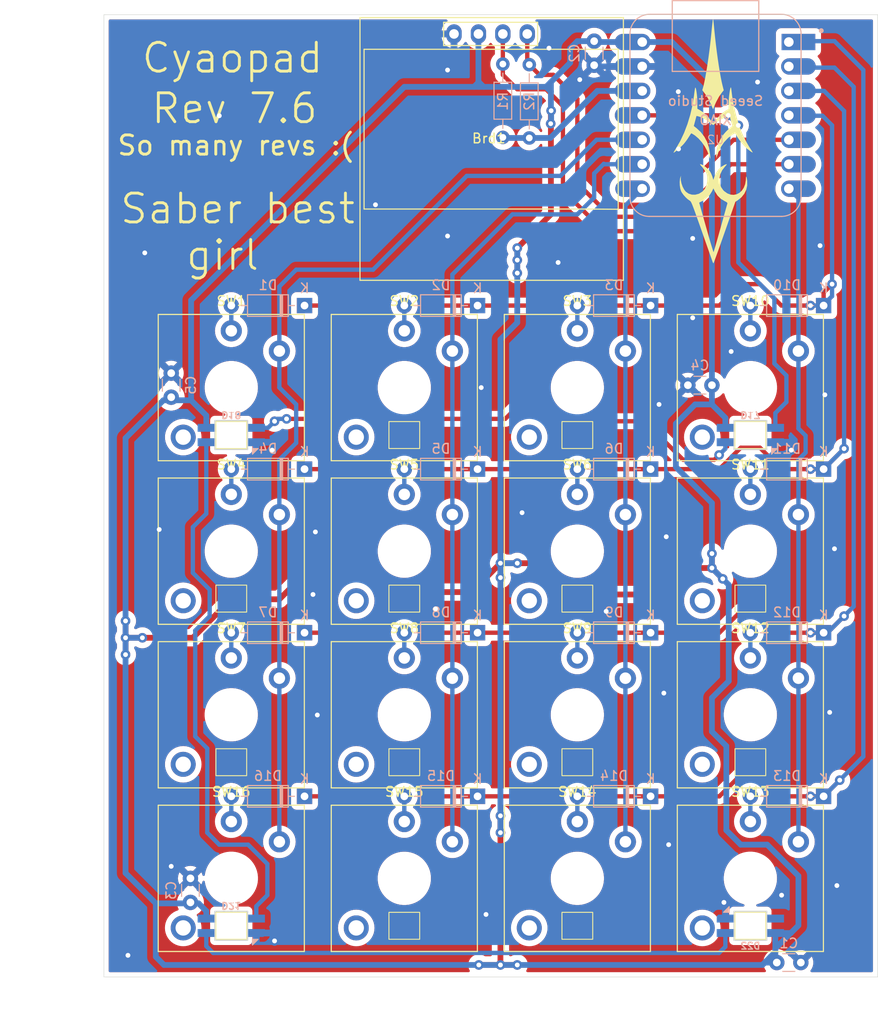
<source format=kicad_pcb>
(kicad_pcb (version 20240108) (generator "pcbnew") (generator_version "8.0")
  (title_block (title "Cyao macropad") (date "2024-09-23") (rev "v7.6") (company "Cheyao") (comment 1 "https://github.com/cheyao/macropad"))
  (layers (0 "F.Cu" signal) (31 "B.Cu" signal) (34 "B.Paste" user) (35 "F.Paste" user) (36 "B.SilkS" user "B.Silkscreen") (37 "F.SilkS" user "F.Silkscreen") (38 "B.Mask" user) (39 "F.Mask" user) (44 "Edge.Cuts" user))
  (net 0 "")
  (net 1 "ROW0")
  (net 2 "Net-(D1-A)")
  (net 3 "Net-(D2-A)")
  (net 4 "Net-(D3-A)")
  (net 5 "ROW1")
  (net 6 "Net-(D4-A)")
  (net 7 "Net-(D5-A)")
  (net 8 "Net-(D6-A)")
  (net 9 "ROW2")
  (net 10 "Net-(D7-A)")
  (net 11 "Net-(D8-A)")
  (net 12 "Net-(D9-A)")
  (net 13 "Net-(D10-A)")
  (net 14 "Net-(D11-A)")
  (net 15 "Net-(D12-A)")
  (net 16 "ROW3")
  (net 17 "Net-(D13-A)")
  (net 18 "Net-(D14-A)")
  (net 19 "Net-(D15-A)")
  (net 20 "Net-(D16-A)")
  (net 21 "COL0")
  (net 22 "COL1")
  (net 23 "COL2")
  (net 24 "COL3")
  (net 25 "+3.3V")
  (net 26 "GND")
  (net 27 "+5V")
  (net 28 "Net-(Brd1-SDA)")
  (net 29 "Net-(Brd1-SCL)")
  (net 30 "LED")
  (net 31 "Net-(D17-DOUT)")
  (net 32 "Net-(D18-DOUT)")
  (net 33 "Net-(D21-DOUT)")
  (footprint "key:SW_Kailh_Choc_V2_1.00u" (layer "F.Cu") (at 117.75 105.75)
    (property "Reference" "SW4")
    (property "Value" "Kailh Choc V2")
  )
  (footprint "key:SW_Kailh_Choc_V2_1.00u" (layer "F.Cu") (at 153.75 139.75)
    (property "Reference" "SW14")
    (property "Value" "Kailh Choc V2")
  )
  (footprint "key:SW_Kailh_Choc_V2_1.00u" (layer "F.Cu") (at 117.75 88.75)
    (property "Reference" "SW1")
    (property "Value" "Kailh Choc V2")
  )
  (footprint "key:SW_Kailh_Choc_V2_1.00u" (layer "F.Cu") (at 135.75 122.75)
    (property "Reference" "SW8")
    (property "Value" "Kailh Choc V2")
  )
  (footprint "key:SW_Kailh_Choc_V2_1.00u" (layer "F.Cu") (at 153.75 122.75)
    (property "Reference" "SW9")
    (property "Value" "Kailh Choc V2")
  )
  (footprint "key:SW_Kailh_Choc_V2_1.00u" (layer "F.Cu") (at 171.75 122.75)
    (property "Reference" "SW12")
    (property "Value" "Kailh Choc V2")
  )
  (footprint "key:SW_Kailh_Choc_V2_1.00u" (layer "F.Cu") (at 153.75 105.75)
    (property "Reference" "SW6")
    (property "Value" "Kailh Choc V2")
  )
  (footprint "key:SW_Kailh_Choc_V2_1.00u" (layer "F.Cu") (at 171.75 88.75)
    (property "Reference" "SW10")
    (property "Value" "Kailh Choc V2")
  )
  (footprint "key:SW_Kailh_Choc_V2_1.00u" (layer "F.Cu") (at 117.75 122.75)
    (property "Reference" "SW7")
    (property "Value" "Kailh Choc V2")
  )
  (footprint "LOGO" (layer "F.Cu") (at 167.75 63)
    (property "Reference" "G***" (hide yes))
    (property "Value" "LOGO" (hide yes))
  )
  (footprint "screen:128x64OLED" (layer "F.Cu") (at 144.54 62.6)
    (property "Reference" "Brd1")
    (property "Value" "SSD1306")
  )
  (footprint "key:SW_Kailh_Choc_V2_1.00u" (layer "F.Cu") (at 135.75 88.75)
    (property "Reference" "SW2")
    (property "Value" "Kailh Choc V2")
  )
  (footprint "key:SW_Kailh_Choc_V2_1.00u" (layer "F.Cu") (at 171.75 105.75)
    (property "Reference" "SW11")
    (property "Value" "Kailh Choc V2")
  )
  (footprint "key:SW_Kailh_Choc_V2_1.00u" (layer "F.Cu") (at 153.75 88.75)
    (property "Reference" "SW3")
    (property "Value" "Kailh Choc V2")
  )
  (footprint "key:SW_Kailh_Choc_V2_1.00u" (layer "F.Cu") (at 117.75 139.75)
    (property "Reference" "SW16")
    (property "Value" "Kailh Choc V2")
  )
  (footprint "key:SW_Kailh_Choc_V2_1.00u" (layer "F.Cu") (at 135.75 105.75)
    (property "Reference" "SW5")
    (property "Value" "Kailh Choc V2")
  )
  (footprint "key:SW_Kailh_Choc_V2_1.00u" (layer "F.Cu") (at 171.75 139.75)
    (property "Reference" "SW13")
    (property "Value" "Kailh Choc V2")
  )
  (footprint "key:SW_Kailh_Choc_V2_1.00u" (layer "F.Cu") (at 135.75 139.75)
    (property "Reference" "SW15")
    (property "Value" "Kailh Choc V2")
  )
  (footprint "Diode_THT:D_DO-35_SOD27_P7.62mm_Horizontal" (layer "B.Cu") (at 161.37 80.225 180)
    (property "Reference" "D3")
    (property "Value" "Didode 1N4148")
  )
  (footprint "Capacitor_THT:C_Disc_D3.0mm_W1.6mm_P2.50mm" (layer "B.Cu") (at 111.5 89.75 90)
    (property "Reference" "C5")
    (property "Value" "0.1uF")
  )
  (footprint "seed:XIAO-Generic-Hybrid-14P-2.54-21X17.8MM" (layer "B.Cu") (at 168.125 60.46 180)
    (property "Reference" "U2")
    (property "Value" "SEEEDUINO XIAO RP2040" (hide yes))
  )
  (footprint "Diode_THT:D_DO-35_SOD27_P7.62mm_Horizontal" (layer "B.Cu") (at 179.37 97.225 180)
    (property "Reference" "D11")
    (property "Value" "Didode 1N4148")
  )
  (footprint "LED:SK6812MINI-E" (layer "B.Cu") (at 171.75 144.68 180)
    (property "Reference" "D22")
    (property "Value" "SK6812MINI" (hide yes))
    (fp_line (start 1.7 1.5) (end 1.7 -1.5) (stroke (width 0.12)) (layer "Edge.Cuts"))
    (fp_line (start 1.7 -1.5) (end -1.7 -1.5) (stroke (width 0.12)) (layer "Edge.Cuts"))
    (fp_line (start -1.7 1.5) (end 1.7 1.5) (stroke (width 0.12)) (layer "Edge.Cuts"))
    (fp_line (start -1.7 -1.5) (end -1.7 1.5) (stroke (width 0.12)) (layer "Edge.Cuts"))
  )
  (footprint "Capacitor_THT:C_Disc_D3.0mm_W1.6mm_P2.50mm" (layer "B.Cu") (at 167.75 88.5 180)
    (property "Reference" "C4")
    (property "Value" "0.1uF")
  )
  (footprint "Diode_THT:D_DO-35_SOD27_P7.62mm_Horizontal" (layer "B.Cu") (at 143.37 131.225 180)
    (property "Reference" "D15")
    (property "Value" "Didode 1N4148")
  )
  (footprint "Diode_THT:D_DO-35_SOD27_P7.62mm_Horizontal" (layer "B.Cu") (at 125.37 97.225 180)
    (property "Reference" "D4")
    (property "Value" "Didode 1N4148")
  )
  (footprint "Diode_THT:D_DO-35_SOD27_P7.62mm_Horizontal" (layer "B.Cu") (at 143.37 114.225 180)
    (property "Reference" "D8")
    (property "Value" "Didode 1N4148")
  )
  (footprint "Diode_THT:D_DO-35_SOD27_P7.62mm_Horizontal" (layer "B.Cu") (at 179.37 80.225 180)
    (property "Reference" "D10")
    (property "Value" "Didode 1N4148")
  )
  (footprint "Diode_THT:D_DO-35_SOD27_P7.62mm_Horizontal" (layer "B.Cu") (at 179.37 131.225 180)
    (property "Reference" "D13")
    (property "Value" "Didode 1N4148")
  )
  (footprint "Diode_THT:D_DO-35_SOD27_P7.62mm_Horizontal" (layer "B.Cu") (at 125.37 131.225 180)
    (property "Reference" "D16")
    (property "Value" "Didode 1N4148")
  )
  (footprint "LED:SK6812MINI-E" (layer "B.Cu") (at 171.75 93.68)
    (property "Reference" "D17")
    (property "Value" "SK6812MINI" (hide yes))
    (fp_line (start -1.7 -1.5) (end -1.7 1.5) (stroke (width 0.12)) (layer "Edge.Cuts"))
    (fp_line (start -1.7 1.5) (end 1.7 1.5) (stroke (width 0.12)) (layer "Edge.Cuts"))
    (fp_line (start 1.7 -1.5) (end -1.7 -1.5) (stroke (width 0.12)) (layer "Edge.Cuts"))
    (fp_line (start 1.7 1.5) (end 1.7 -1.5) (stroke (width 0.12)) (layer "Edge.Cuts"))
  )
  (footprint "Capacitor_THT:C_Disc_D3.0mm_W1.6mm_P2.50mm" (layer "B.Cu") (at 174.5 148.5)
    (property "Reference" "C1")
    (property "Value" "0.1uF")
  )
  (footprint "Resistor_THT:R_Axial_DIN0204_L3.6mm_D1.6mm_P7.62mm_Horizontal" (layer "B.Cu") (at 148.75 62.81 90)
    (property "Reference" "R2")
    (property "Value" "4.7k")
  )
  (footprint "Diode_THT:D_DO-35_SOD27_P7.62mm_Horizontal" (layer "B.Cu") (at 125.37 80.225 180)
    (property "Reference" "D1")
    (property "Value" "Didode 1N4148")
  )
  (footprint "Diode_THT:D_DO-35_SOD27_P7.62mm_Horizontal" (layer "B.Cu") (at 161.37 97.225 180)
    (property "Reference" "D6")
    (property "Value" "Didode 1N4148")
  )
  (footprint "Diode_THT:D_DO-35_SOD27_P7.62mm_Horizontal" (layer "B.Cu") (at 125.37 114.225 180)
    (property "Reference" "D7")
    (property "Value" "Didode 1N4148")
  )
  (footprint "Diode_THT:D_DO-35_SOD27_P7.62mm_Horizontal" (layer "B.Cu") (at 161.37 114.225 180)
    (property "Reference" "D9")
    (property "Value" "Didode 1N4148")
  )
  (footprint "Resistor_THT:R_Axial_DIN0204_L3.6mm_D1.6mm_P7.62mm_Horizontal" (layer "B.Cu") (at 146 62.75 90)
    (property "Reference" "R1")
    (property "Value" "4.7k")
  )
  (footprint "Diode_THT:D_DO-35_SOD27_P7.62mm_Horizontal" (layer "B.Cu") (at 179.37 114.225 180)
    (property "Reference" "D12")
    (property "Value" "Didode 1N4148")
  )
  (footprint "Diode_THT:D_DO-35_SOD27_P7.62mm_Horizontal" (layer "B.Cu") (at 143.37 80.225 180)
    (property "Reference" "D2")
    (property "Value" "Didode 1N4148")
  )
  (footprint "LED:SK6812MINI-E" (layer "B.Cu") (at 117.75 93.68)
    (property "Reference" "D18")
    (property "Value" "SK6812MINI" (hide yes))
    (fp_line (start -1.7 -1.5) (end -1.7 1.5) (stroke (width 0.12)) (layer "Edge.Cuts"))
    (fp_line (start -1.7 1.5) (end 1.7 1.5) (stroke (width 0.12)) (layer "Edge.Cuts"))
    (fp_line (start 1.7 -1.5) (end -1.7 -1.5) (stroke (width 0.12)) (layer "Edge.Cuts"))
    (fp_line (start 1.7 1.5) (end 1.7 -1.5) (stroke (width 0.12)) (layer "Edge.Cuts"))
  )
  (footprint "Capacitor_THT:C_Disc_D3.0mm_W1.6mm_P2.50mm" (layer "B.Cu") (at 155.5 52.75 -90)
    (property "Reference" "C2")
    (property "Value" "1uF")
  )
  (footprint "Capacitor_THT:C_Disc_D3.0mm_W1.6mm_P2.50mm" (layer "B.Cu") (at 113.5 142.25 90)
    (property "Reference" "C3")
    (property "Value" "0.1uF")
  )
  (footprint "LED:SK6812MINI-E" (layer "B.Cu") (at 117.75 144.68)
    (property "Reference" "D21")
    (property "Value" "SK6812MINI" (hide yes))
    (fp_line (start -1.7 -1.5) (end -1.7 1.5) (stroke (width 0.12)) (layer "Edge.Cuts"))
    (fp_line (start -1.7 1.5) (end 1.7 1.5) (stroke (width 0.12)) (layer "Edge.Cuts"))
    (fp_line (start 1.7 -1.5) (end -1.7 -1.5) (stroke (width 0.12)) (layer "Edge.Cuts"))
    (fp_line (start 1.7 1.5) (end 1.7 -1.5) (stroke (width 0.12)) (layer "Edge.Cuts"))
  )
  (footprint "Diode_THT:D_DO-35_SOD27_P7.62mm_Horizontal" (layer "B.Cu") (at 143.37 97.225 180)
    (property "Reference" "D5")
    (property "Value" "Didode 1N4148")
  )
  (footprint "Diode_THT:D_DO-35_SOD27_P7.62mm_Horizontal" (layer "B.Cu") (at 161.37 131.225 180)
    (property "Reference" "D14")
    (property "Value" "Didode 1N4148")
  )
  (gr_line (start 185 50) (end 104.5 50) (stroke (width 0.05)) (layer "Edge.Cuts"))
  (gr_line (start 104.5 50) (end 104.5 150) (stroke (width 0.05)) (layer "Edge.Cuts"))
  (gr_line (start 104.5 150) (end 185 150) (stroke (width 0.05)) (layer "Edge.Cuts"))
  (gr_line (start 185 150) (end 185 50) (stroke (width 0.05)) (layer "Edge.Cuts"))
  (gr_text "Saber best\n   girl" (at 106 76.75 0) (layer "F.SilkS") (effects (font (size 3 3) (thickness 0.3)) (justify left bottom)))
  (gr_text "Rev 7.6" (at 109.25 61.5 0) (layer "F.SilkS") (effects (font (size 3 3) (thickness 0.3)) (justify left bottom)))
  (gr_text "Cyaopad" (at 108.25 56.25 0) (layer "F.SilkS") (effects (font (size 3 3) (thickness 0.3)) (justify left bottom)))
  (gr_text "So many revs :(" (at 105.75 64.75 0) (layer "F.SilkS") (effects (font (size 2 2) (thickness 0.3)) (justify left bottom)))
  (segment (start 178 80.225) (end 174.975 80.225) (width 0.45) (layer "F.Cu") (net 1))
  (segment (start 168.525 80.225) (end 161.37 80.225) (width 0.45) (layer "F.Cu") (net 1))
  (segment (start 150.525 80.225) (end 143.37 80.225) (width 0.45) (layer "F.Cu") (net 1))
  (segment (start 179.37 80.225) (end 178 80.225) (width 0.45) (layer "F.Cu") (net 1))
  (segment (start 174.975 80.225) (end 172.75 78) (width 0.45) (layer "F.Cu") (net 1))
  (segment (start 134.75 78) (end 132.525 80.225) (width 0.45) (layer "F.Cu") (net 1))
  (segment (start 179.37 78.88) (end 180.25 78) (width 0.45) (layer "F.Cu") (net 1))
  (segment (start 138.975 80.225) (end 136.75 78) (width 0.45) (layer "F.Cu") (net 1))
  (segment (start 143.37 80.225) (end 138.975 80.225) (width 0.45) (layer "F.Cu") (net 1))
  (segment (start 136.75 78) (end 134.75 78) (width 0.45) (layer "F.Cu") (net 1))
  (segment (start 156.975 80.225) (end 154.75 78) (width 0.45) (layer "F.Cu") (net 1))
  (segment (start 179.37 80.225) (end 179.37 78.88) (width 0.45) (layer "F.Cu") (net 1))
  (segment (start 161.37 80.225) (end 156.975 80.225) (width 0.45) (layer "F.Cu") (net 1))
  (segment (start 132.525 80.225) (end 125.37 80.225) (width 0.45) (layer "F.Cu") (net 1))
  (segment (start 152.75 78) (end 150.525 80.225) (width 0.45) (layer "F.Cu") (net 1))
  (segment (start 154.75 78) (end 152.75 78) (width 0.45) (layer "F.Cu") (net 1))
  (segment (start 172.75 78) (end 170.75 78) (width 0.45) (layer "F.Cu") (net 1))
  (segment (start 170.75 78) (end 168.525 80.225) (width 0.45) (layer "F.Cu") (net 1))
  (via (at 178 80.225) (size 1) (drill 0.5) (layers "F.Cu" "B.Cu") (net 1))
  (via (at 180.25 78) (size 1) (drill 0.5) (layers "F.Cu" "B.Cu") (net 1))
  (segment (start 179.25 60.5) (end 175.79 60.5) (width 0.45) (layer "B.Cu") (net 1))
  (segment (start 180.25 79.25) (end 180.25 78) (width 0.45) (layer "B.Cu") (net 1))
  (segment (start 179.37 80.225) (end 178 80.225) (width 0.45) (layer "B.Cu") (net 1))
  (segment (start 180.25 78) (end 180.25 61.5) (width 0.45) (layer "B.Cu") (net 1))
  (segment (start 179.37 80.13) (end 180.25 79.25) (width 0.45) (layer "B.Cu") (net 1))
  (segment (start 175.79 60.5) (end 175.75 60.46) (width 0.45) (layer "B.Cu") (net 1))
  (segment (start 179.37 80.225) (end 179.37 80.13) (width 0.45) (layer "B.Cu") (net 1))
  (segment (start 180.25 61.5) (end 179.25 60.5) (width 0.45) (layer "B.Cu") (net 1))
  (segment (start 117.75 82.85) (end 117.75 80.225) (width 0.45) (layer "B.Cu") (net 2))
  (segment (start 135.75 82.85) (end 135.75 80.225) (width 0.45) (layer "B.Cu") (net 3))
  (segment (start 153.75 82.85) (end 153.75 80.225) (width 0.45) (layer "B.Cu") (net 4))
  (segment (start 168.525 97.225) (end 161.37 97.225) (width 0.45) (layer "F.Cu") (net 5))
  (segment (start 170.75 95) (end 168.525 97.225) (width 0.45) (layer "F.Cu") (net 5))
  (segment (start 150.525 97.225) (end 143.37 97.225) (width 0.45) (layer "F.Cu") (net 5))
  (segment (start 172.75 95) (end 170.75 95) (width 0.45) (layer "F.Cu") (net 5))
  (segment (start 178 97.225) (end 174.975 97.225) (width 0.45) (layer "F.Cu") (net 5))
  (segment (start 161.37 97.225) (end 156.975 97.225) (width 0.45) (layer "F.Cu") (net 5))
  (segment (start 179.37 97.225) (end 178 97.225) (width 0.45) (layer "F.Cu") (net 5))
  (segment (start 152.75 95) (end 150.525 97.225) (width 0.45) (layer "F.Cu") (net 5))
  (segment (start 136.75 95) (end 134.75 95) (width 0.45) (layer "F.Cu") (net 5))
  (segment (start 132.525 97.225) (end 125.37 97.225) (width 0.45) (layer "F.Cu") (net 5))
  (segment (start 143.37 97.225) (end 138.975 97.225) (width 0.45) (layer "F.Cu") (net 5))
  (segment (start 138.975 97.225) (end 136.75 95) (width 0.45) (layer "F.Cu") (net 5))
  (segment (start 174.975 97.225) (end 172.75 95) (width 0.45) (layer "F.Cu") (net 5))
  (segment (start 134.75 95) (end 132.525 97.225) (width 0.45) (layer "F.Cu") (net 5))
  (segment (start 156.975 97.225) (end 154.75 95) (width 0.45) (layer "F.Cu") (net 5))
  (segment (start 154.75 95) (end 152.75 95) (width 0.45) (layer "F.Cu") (net 5))
  (segment (start 179.37 97.225) (end 181.5 95.095) (width 0.45) (layer "F.Cu") (net 5))
  (via (at 181.5 95.095) (size 1) (drill 0.5) (layers "F.Cu" "B.Cu") (net 5))
  (via (at 178 97.225) (size 1) (drill 0.5) (layers "F.Cu" "B.Cu") (net 5))
  (segment (start 175.75 57.92) (end 179.42 57.92) (width 0.45) (layer "B.Cu") (net 5))
  (segment (start 181.5 95.095) (end 179.37 97.225) (width 0.45) (layer "B.Cu") (net 5))
  (segment (start 179.37 97.225) (end 178 97.225) (width 0.45) (layer "B.Cu") (net 5))
  (segment (start 179.42 57.92) (end 181.5 60) (width 0.45) (layer "B.Cu") (net 5))
  (segment (start 181.5 60) (end 181.5 95.095) (width 0.45) (layer "B.Cu") (net 5))
  (segment (start 117.75 99.85) (end 117.75 97.225) (width 0.45) (layer "B.Cu") (net 6))
  (segment (start 135.75 99.85) (end 135.75 97.225) (width 0.45) (layer "B.Cu") (net 7))
  (segment (start 153.75 99.85) (end 153.75 97.225) (width 0.45) (layer "B.Cu") (net 8))
  (segment (start 179.37 114.225) (end 179.775 114.225) (width 0.45) (layer "F.Cu") (net 9))
  (segment (start 154.75 112) (end 152.75 112) (width 0.45) (layer "F.Cu") (net 9))
  (segment (start 178 114.225) (end 174.975 114.225) (width 0.45) (layer "F.Cu") (net 9))
  (segment (start 138.975 114.225) (end 136.75 112) (width 0.45) (layer "F.Cu") (net 9))
  (segment (start 134.75 112) (end 132.525 114.225) (width 0.45) (layer "F.Cu") (net 9))
  (segment (start 179.775 114.225) (end 181.5 112.5) (width 0.45) (layer "F.Cu") (net 9))
  (segment (start 143.37 114.225) (end 138.975 114.225) (width 0.45) (layer "F.Cu") (net 9))
  (segment (start 168.525 114.225) (end 161.37 114.225) (width 0.45) (layer "F.Cu") (net 9))
  (segment (start 132.525 114.225) (end 125.37 114.225) (width 0.45) (layer "F.Cu") (net 9))
  (segment (start 156.975 114.225) (end 154.75 112) (width 0.45) (layer "F.Cu") (net 9))
  (segment (start 170.75 112) (end 168.525 114.225) (width 0.45) (layer "F.Cu") (net 9))
  (segment (start 161.37 114.225) (end 156.975 114.225) (width 0.45) (layer "F.Cu") (net 9))
  (segment (start 174.975 114.225) (end 172.75 112) (width 0.45) (layer "F.Cu") (net 9))
  (segment (start 152.75 112) (end 150.525 114.225) (width 0.45) (layer "F.Cu") (net 9))
  (segment (start 179.37 114.225) (end 178 114.225) (width 0.45) (layer "F.Cu") (net 9))
  (segment (start 150.525 114.225) (end 143.37 114.225) (width 0.45) (layer "F.Cu") (net 9))
  (segment (start 136.75 112) (end 134.75 112) (width 0.45) (layer "F.Cu") (net 9))
  (segment (start 172.75 112) (end 170.75 112) (width 0.45) (layer "F.Cu") (net 9))
  (via (at 178 114.225) (size 1) (drill 0.5) (layers "F.Cu" "B.Cu") (net 9))
  (via (at 181.5 112.5) (size 1) (drill 0.5) (layers "F.Cu" "B.Cu") (net 9))
  (segment (start 179.775 114.225) (end 181.5 112.5) (width 0.45) (layer "B.Cu") (net 9))
  (segment (start 182.5 111.5) (end 182.5 57.5) (width 0.45) (layer "B.Cu") (net 9))
  (segment (start 175.87 55.5) (end 175.75 55.38) (width 0.45) (layer "B.Cu") (net 9))
  (segment (start 180.5 55.5) (end 175.87 55.5) (width 0.45) (layer "B.Cu") (net 9))
  (segment (start 179.37 114.225) (end 179.775 114.225) (width 0.45) (layer "B.Cu") (net 9))
  (segment (start 182.5 57.5) (end 180.5 55.5) (width 0.45) (layer "B.Cu") (net 9))
  (segment (start 179.37 114.225) (end 178 114.225) (width 0.45) (layer "B.Cu") (net 9))
  (segment (start 181.5 112.5) (end 182.5 111.5) (width 0.45) (layer "B.Cu") (net 9))
  (segment (start 117.75 114.225) (end 117.75 116.85) (width 0.45) (layer "B.Cu") (net 10))
  (segment (start 135.75 116.85) (end 135.75 114.225) (width 0.45) (layer "B.Cu") (net 11))
  (segment (start 153.75 116.85) (end 153.75 114.225) (width 0.45) (layer "B.Cu") (net 12))
  (segment (start 171.75 82.85) (end 171.75 80.225) (width 0.45) (layer "B.Cu") (net 13))
  (segment (start 171.75 99.85) (end 171.75 97.225) (width 0.45) (layer "B.Cu") (net 14))
  (segment (start 171.75 116.85) (end 171.75 114.225) (width 0.45) (layer "B.Cu") (net 15))
  (segment (start 156.975 131.225) (end 154.75 129) (width 0.45) (layer "F.Cu") (net 16))
  (segment (start 154.75 129) (end 152.75 129) (width 0.45) (layer "F.Cu") (net 16))
  (segment (start 179.37 131.225) (end 181.0475 129.5475) (width 0.45) (layer "F.Cu") (net 16))
  (segment (start 178 131.225) (end 174.975 131.225) (width 0.45) (layer "F.Cu") (net 16))
  (segment (start 143.37 131.225) (end 138.975 131.225) (width 0.45) (layer "F.Cu") (net 16))
  (segment (start 150.525 131.225) (end 143.37 131.225) (width 0.45) (layer "F.Cu") (net 16))
  (segment (start 170.75 129) (end 168.525 131.225) (width 0.45) (layer "F.Cu") (net 16))
  (segment (start 134.75 129) (end 132.525 131.225) (width 0.45) (layer "F.Cu") (net 16))
  (segment (start 161.37 131.225) (end 156.975 131.225) (width 0.45) (layer "F.Cu") (net 16))
  (segment (start 152.75 129) (end 150.525 131.225) (width 0.45) (layer "F.Cu") (net 16))
  (segment (start 138.975 131.225) (end 136.75 129) (width 0.45) (layer "F.Cu") (net 16))
  (segment (start 179.37 131.225) (end 178 131.225) (width 0.45) (layer "F.Cu") (net 16))
  (segment (start 172.75 129) (end 170.75 129) (width 0.45) (layer "F.Cu") (net 16))
  (segment (start 168.525 131.225) (end 161.37 131.225) (width 0.45) (layer "F.Cu") (net 16))
  (segment (start 132.525 131.225) (end 125.37 131.225) (width 0.45) (layer "F.Cu") (net 16))
  (segment (start 136.75 129) (end 134.75 129) (width 0.45) (layer "F.Cu") (net 16))
  (segment (start 174.975 131.225) (end 172.75 129) (width 0.45) (layer "F.Cu") (net 16))
  (via (at 178 131.225) (size 1) (drill 0.5) (layers "F.Cu" "B.Cu") (net 16))
  (via (at 181.0475 129.5475) (size 1) (drill 0.5) (layers "F.Cu" "B.Cu") (net 16))
  (segment (start 180.5 52.75) (end 175.84 52.75) (width 0.45) (layer "B.Cu") (net 16))
  (segment (start 179.37 131.225) (end 181.0475 129.5475) (width 0.45) (layer "B.Cu") (net 16))
  (segment (start 183.5 55.75) (end 180.5 52.75) (width 0.45) (layer "B.Cu") (net 16))
  (segment (start 181.0475 129.5475) (end 183.5 127.095) (width 0.45) (layer "B.Cu") (net 16))
  (segment (start 183.5 127.095) (end 183.5 55.75) (width 0.45) (layer "B.Cu") (net 16))
  (segment (start 179.37 131.225) (end 178 131.225) (width 0.45) (layer "B.Cu") (net 16))
  (segment (start 175.84 52.75) (end 175.75 52.84) (width 0.45) (layer "B.Cu") (net 16))
  (segment (start 171.75 133.85) (end 171.75 131.225) (width 0.45) (layer "B.Cu") (net 17))
  (segment (start 153.75 133.85) (end 153.75 131.225) (width 0.45) (layer "B.Cu") (net 18))
  (segment (start 135.75 133.85) (end 135.75 131.225) (width 0.45) (layer "B.Cu") (net 19))
  (segment (start 117.75 133.85) (end 117.75 131.225) (width 0.45) (layer "B.Cu") (net 20))
  (segment (start 122.75 88.75) (end 122.75 84.95) (width 0.45) (layer "B.Cu") (net 21))
  (segment (start 122.75 101.95) (end 122.75 96.25) (width 0.45) (layer "B.Cu") (net 21))
  (segment (start 155.75 63) (end 160.5 63) (width 0.45) (layer "B.Cu") (net 21))
  (segment (start 124.5 76.5) (end 132.5 76.5) (width 0.45) (layer "B.Cu") (net 21))
  (segment (start 152 66.75) (end 155.75 63) (width 0.45) (layer "B.Cu") (net 21))
  (segment (start 122.75 118.95) (end 122.75 101.95) (width 0.45) (layer "B.Cu") (net 21))
  (segment (start 142.25 66.75) (end 152 66.75) (width 0.45) (layer "B.Cu") (net 21))
  (segment (start 122.75 78.25) (end 124.5 76.5) (width 0.45) (layer "B.Cu") (net 21))
  (segment (start 132.5 76.5) (end 142.25 66.75) (width 0.45) (layer "B.Cu") (net 21))
  (segment (start 122.75 96.25) (end 124.5 94.5) (width 0.45) (layer "B.Cu") (net 21))
  (segment (start 122.75 135.95) (end 122.75 118.95) (width 0.45) (layer "B.Cu") (net 21))
  (segment (start 124.5 94.5) (end 124.5 90.5) (width 0.45) (layer "B.Cu") (net 21))
  (segment (start 124.5 90.5) (end 122.75 88.75) (width 0.45) (layer "B.Cu") (net 21))
  (segment (start 122.75 84.95) (end 122.75 78.25) (width 0.45) (layer "B.Cu") (net 21))
  (segment (start 140.75 84.95) (end 140.75 101.95) (width 0.45) (layer "B.Cu") (net 22))
  (segment (start 140.75 135.95) (end 140.75 118.95) (width 0.45) (layer "B.Cu") (net 22))
  (segment (start 140.75 84.95) (end 140.75 77) (width 0.45) (layer "B.Cu") (net 22))
  (segment (start 156.54 65.54) (end 160.5 65.54) (width 0.45) (layer "B.Cu") (net 22))
  (segment (start 147 70.75) (end 153.75 70.75) (width 0.45) (layer "B.Cu") (net 22))
  (segment (start 140.75 118.95) (end 140.75 101.95) (width 0.45) (layer "B.Cu") (net 22))
  (segment (start 140.75 77) (end 147 70.75) (width 0.45) (layer "B.Cu") (net 22))
  (segment (start 153.75 70.75) (end 155.5 69) (width 0.45) (layer "B.Cu") (net 22))
  (segment (start 156.5 65.5) (end 156.54 65.54) (width 0.45) (layer "B.Cu") (net 22))
  (segment (start 155.5 66.5) (end 156.5 65.5) (width 0.45) (layer "B.Cu") (net 22))
  (segment (start 155.5 69) (end 155.5 66.5) (width 0.45) (layer "B.Cu") (net 22))
  (segment (start 158.75 101.95) (end 158.75 118.95) (width 0.45) (layer "B.Cu") (net 23))
  (segment (start 158.75 118.95) (end 158.75 135.95) (width 0.45) (layer "B.Cu") (net 23))
  (segment (start 158.75 69.83) (end 160.5 68.08) (width 0.45) (layer "B.Cu") (net 23))
  (segment (start 158.75 84.95) (end 158.75 69.83) (width 0.45) (layer "B.Cu") (net 23))
  (segment (start 158.75 84.95) (end 158.75 101.95) (width 0.45) (layer "B.Cu") (net 23))
  (segment (start 177.5 95.5) (end 176.75 96.25) (width 0.45) (layer "B.Cu") (net 24))
  (segment (start 176.75 135.95) (end 176.75 118.95) (width 0.45) (layer "B.Cu") (net 24))
  (segment (start 176.75 93) (end 177.5 93.75) (width 0.45) (layer "B.Cu") (net 24))
  (segment (start 176.75 118.95) (end 176.75 101.95) (width 0.45) (layer "B.Cu") (net 24))
  (segment (start 176.75 69.08) (end 175.75 68.08) (width 0.45) (layer "B.Cu") (net 24))
  (segment (start 176.75 84.95) (end 176.75 93) (width 0.45) (layer "B.Cu") (net 24))
  (segment (start 176.75 96.25) (end 176.75 101.95) (width 0.45) (layer "B.Cu") (net 24))
  (segment (start 177.5 93.75) (end 177.5 95.5) (width 0.45) (layer "B.Cu") (net 24))
  (segment (start 176.75 84.95) (end 176.75 69.08) (width 0.45) (layer "B.Cu") (net 24))
  (segment (start 148.75 62.81) (end 150.94 62.81) (width 0.6) (layer "B.Cu") (net 25))
  (segment (start 155.83 57.92) (end 160.5 57.92) (width 0.6) (layer "B.Cu") (net 25))
  (segment (start 150.94 62.81) (end 155.83 57.92) (width 0.6) (layer "B.Cu") (net 25))
  (segment (start 146.06 62.81) (end 146 62.75) (width 0.6) (layer "B.Cu") (net 25))
  (segment (start 148.75 62.81) (end 146.06 62.81) (width 0.6) (layer "B.Cu") (net 25))
  (via (at 175 141.5) (size 1) (drill 0.5) (layers "F.Cu" "B.Cu") (net 26))
  (via (at 108.75 74.75) (size 1) (drill 0.5) (layers "F.Cu" "B.Cu") (net 26))
  (via (at 111.5 138.5) (size 1) (drill 0.5) (layers "F.Cu" "B.Cu") (net 26))
  (via (at 164.275 63.95) (size 1) (drill 0.5) (layers "F.Cu" "B.Cu") (net 26))
  (via (at 126.7 122.775) (size 1) (drill 0.5) (layers "F.Cu" "B.Cu") (net 26))
  (via (at 164.25 58) (size 1) (drill 0.5) (layers "F.Cu" "B.Cu") (net 26))
  (via (at 122.25 146.25) (size 1) (drill 0.5) (layers "F.Cu" "B.Cu") (net 26))
  (via (at 116.5 60.5) (size 1) (drill 0.5) (layers "F.Cu" "B.Cu") (net 26))
  (via (at 156.75 112) (size 1) (drill 0.5) (layers "F.Cu" "B.Cu") (net 26))
  (via (at 169.75 85) (size 1) (drill 0.5) (layers "F.Cu" "B.Cu") (net 26))
  (via (at 176 95.25) (size 1) (drill 0.5) (layers "F.Cu" "B.Cu") (net 26))
  (via (at 140.25 55.75) (size 1) (drill 0.5) (layers "F.Cu" "B.Cu") (net 26))
  (via (at 126.5 103.75) (size 1) (drill 0.5) (layers "F.Cu" "B.Cu") (net 26))
  (via (at 132.75 69.75) (size 1) (drill 0.5) (layers "F.Cu" "B.Cu") (net 26))
  (via (at 169 142.25) (size 1) (drill 0.5) (layers "F.Cu" "B.Cu") (net 26))
  (via (at 110.25 103.5) (size 1) (drill 0.5) (layers "F.Cu" "B.Cu") (net 26))
  (via (at 162.75 120.5) (size 1) (drill 0.5) (layers "F.Cu" "B.Cu") (net 26))
  (via (at 122 95.25) (size 1) (drill 0.5) (layers "F.Cu" "B.Cu") (net 26))
  (via (at 179.5 89.5) (size 1) (drill 0.5) (layers "F.Cu" "B.Cu") (net 26))
  (via (at 144.25 143.5) (size 1) (drill 0.5) (layers "F.Cu" "B.Cu") (net 26))
  (via (at 179 74) (size 1) (drill 0.5) (layers "F.Cu" "B.Cu") (net 26))
  (via (at 172.5 57) (size 1) (drill 0.5) (layers "F.Cu" "B.Cu") (net 26))
  (via (at 150.8 53.475) (size 1) (drill 0.5) (layers "F.Cu" "B.Cu") (net 26))
  (via (at 140.25 73) (size 1) (drill 0.5) (layers "F.Cu" "B.Cu") (net 26))
  (via (at 163.25 136.25) (size 1) (drill 0.5) (layers "F.Cu" "B.Cu") (net 26))
  (via (at 180.75 140.5) (size 1) (drill 0.5) (layers "F.Cu" "B.Cu") (net 26))
  (via (at 139 111.75) (size 1) (drill 0.5) (layers "F.Cu" "B.Cu") (net 26))
  (via (at 165.75 81.5) (size 1) (drill 0.5) (layers "F.Cu" "B.Cu") (net 26))
  (via (at 162.25 90.5) (size 1) (drill 0.5) (layers "F.Cu" "B.Cu") (net 26))
  (via (at 165.75 73.25) (size 1) (drill 0.5) (layers "F.Cu" "B.Cu") (net 26))
  (via (at 143.75 88.75) (size 1) (drill 0.5) (layers "F.Cu" "B.Cu") (net 26))
  (via (at 154 56.75) (size 1) (drill 0.5) (layers "F.Cu" "B.Cu") (net 26))
  (via (at 148 101.75) (size 1) (drill 0.5) (layers "F.Cu" "B.Cu") (net 26))
  (via (at 180.5 105.5) (size 1) (drill 0.5) (layers "F.Cu" "B.Cu") (net 26))
  (via (at 151.75 75.75) (size 1) (drill 0.5) (layers "F.Cu" "B.Cu") (net 26))
  (via (at 107 147.75) (size 1) (drill 0.5) (layers "F.Cu" "B.Cu") (net 26))
  (via (at 180 122.5) (size 1) (drill 0.5) (layers "F.Cu" "B.Cu") (net 26))
  (via (at 126.25 110.25) (size 1) (drill 0.5) (layers "F.Cu" "B.Cu") (net 26))
  (via (at 163 104.25) (size 1) (drill 0.5) (layers "F.Cu" "B.Cu") (net 26))
  (segment (start 169.15 142.4) (end 169 142.25) (width 0.6) (layer "B.Cu") (net 26))
  (segment (start 160.5 55.38) (end 155.63 55.38) (width 0.6) (layer "B.Cu") (net 26))
  (segment (start 169.15 143.93) (end 169.15 142.4) (width 0.6) (layer "B.Cu") (net 26))
  (segment (start 155.63 55.38) (end 155.5 55.25) (width 0.6) (layer "B.Cu") (net 26))
  (segment (start 147.5 74.25) (end 147.5 75.5) (width 0.6) (layer "F.Cu") (net 27))
  (segment (start 147.5 75.5) (end 147.5 76.850003) (width 0.6) (layer "F.Cu") (net 27))
  (segment (start 113.75 114.75) (end 108.5 114.75) (width 0.6) (layer "F.Cu") (net 27))
  (segment (start 145.75 148.75) (end 145.75 135) (width 0.6) (layer "F.Cu") (net 27))
  (segment (start 145.75 107) (end 147.5 107) (width 0.6) (layer "F.Cu") (net 27))
  (segment (start 117.75 110.75) (end 113.75 114.75) (width 0.6) (layer "F.Cu") (net 27))
  (segment (start 145.75 107) (end 142.75 110) (width 0.6) (layer "F.Cu") (net 27))
  (segment (start 167.75 107.5) (end 167.75 106) (width 0.6) (layer "F.Cu") (net 27))
  (segment (start 145.75 148.75) (end 143.5 148.75) (width 0.6) (layer "F.Cu") (net 27))
  (segment (start 122.75 110.75) (end 117.75 110.75) (width 0.6) (layer "F.Cu") (net 27))
  (segment (start 145.75 148.75) (end 147.5 148.75) (width 0.6) (layer "F.Cu") (net 27))
  (segment (start 149 107) (end 152.25 110.25) (width 0.6) (layer "F.Cu") (net 27))
  (segment (start 125.25 108.25) (end 122.75 110.75) (width 0.6) (layer "F.Cu") (net 27))
  (segment (start 132.25 108.25) (end 125.25 108.25) (width 0.6) (layer "F.Cu") (net 27))
  (segment (start 151 60) (end 151.025 59.975) (width 0.6) (layer "F.Cu") (net 27))
  (segment (start 147.5 107) (end 149 107) (width 0.6) (layer "F.Cu") (net 27))
  (segment (start 151 70.75) (end 151 60) (width 0.6) (layer "F.Cu") (net 27))
  (segment (start 164.75 107.5) (end 167.75 107.5) (width 0.6) (layer "F.Cu") (net 27))
  (segment (start 134 110) (end 132.25 108.25) (width 0.6) (layer "F.Cu") (net 27))
  (segment (start 106.75 114.75) (end 106.75 113) (width 0.6) (layer "F.Cu") (net 27))
  (segment (start 106.75 114.75) (end 106.75 116.5) (width 0.6) (layer "F.Cu") (net 27))
  (segment (start 162 110.25) (end 164.75 107.5) (width 0.6) (layer "F.Cu") (net 27))
  (segment (start 142.75 110) (end 134 110) (width 0.6) (layer "F.Cu") (net 27))
  (segment (start 167.75 107.5) (end 168.875 108.625) (width 0.6) (layer "F.Cu") (net 27))
  (segment (start 147.5 74.25) (end 151 70.75) (width 0.6) (layer "F.Cu") (net 27))
  (segment (start 152.25 110.25) (end 162 110.25) (width 0.6) (layer "F.Cu") (net 27))
  (segment (start 145.75 135) (end 145.75 133.25) (width 0.6) (layer "F.Cu") (net 27))
  (segment (start 145.75 107) (end 145.75 108.5) (width 0.6) (layer "F.Cu") (net 27))
  (segment (start 108.5 114.75) (end 106.75 114.75) (width 0.6) (layer "F.Cu") (net 27))
  (via (at 151.025 59.975) (size 1) (drill 0.5) (layers "F.Cu" "B.Cu") (net 27))
  (via (at 147.5 75.5) (size 1) (drill 0.5) (layers "F.Cu" "B.Cu") (net 27))
  (via (at 147.5 76.850003) (size 1) (drill 0.5) (layers "F.Cu" "B.Cu") (net 27))
  (via (at 145.75 148.75) (size 1) (drill 0.5) (layers "F.Cu" "B.Cu") (net 27))
  (via (at 145.75 107) (size 1) (drill 0.5) (layers "F.Cu" "B.Cu") (net 27))
  (via (at 145.75 135) (size 1) (drill 0.5) (layers "F.Cu" "B.Cu") (net 27))
  (via (at 167.75 107.5) (size 1) (drill 0.5) (layers "F.Cu" "B.Cu") (net 27))
  (via (at 143.5 148.75) (size 1) (drill 0.5) (layers "F.Cu" "B.Cu") (net 27))
  (via (at 147.5 107) (size 1) (drill 0.5) (layers "F.Cu" "B.Cu") (net 27))
  (via (at 168.875 108.625) (size 1) (drill 0.5) (layers "F.Cu" "B.Cu") (net 27))
  (via (at 167.75 106) (size 1) (drill 0.5) (layers "F.Cu" "B.Cu") (net 27))
  (via (at 106.75 113) (size 1) (drill 0.5) (layers "F.Cu" "B.Cu") (net 27))
  (via (at 150.978476 61.324201) (size 1) (drill 0.5) (layers "F.Cu" "B.Cu") (net 27))
  (via (at 145.75 108.5) (size 1) (drill 0.5) (layers "F.Cu" "B.Cu") (net 27))
  (via (at 108.5 114.75) (size 1) (drill 0.5) (layers "F.Cu" "B.Cu") (net 27))
  (via (at 147.5 148.75) (size 1) (drill 0.5) (layers "F.Cu" "B.Cu") (net 27))
  (via (at 106.75 116.5) (size 1) (drill 0.5) (layers "F.Cu" "B.Cu") (net 27))
  (via (at 145.75 133.25) (size 1) (drill 0.5) (layers "F.Cu" "B.Cu") (net 27))
  (via (at 106.75 114.75) (size 1) (drill 0.5) (layers "F.Cu" "B.Cu") (net 27))
  (via (at 147.5 74.25) (size 1) (drill 0.5) (layers "F.Cu" "B.Cu") (net 27))
  (segment (start 167.75 90.5) (end 167.75 57) (width 0.6) (layer "B.Cu") (net 27))
  (segment (start 147.5 75.5) (end 147.5 74.25) (width 0.6) (layer "B.Cu") (net 27))
  (segment (start 106.75 113) (end 106.75 114.75) (width 0.6) (layer "B.Cu") (net 27))
  (segment (start 167.75 106) (end 167.75 107.5) (width 0.6) (layer "B.Cu") (net 27))
  (segment (start 151.025 61.277677) (end 150.978476 61.324201) (width 0.6) (layer "B.Cu") (net 27))
  (segment (start 169.15 91.9) (end 167.75 90.5) (width 0.6) (layer "B.Cu") (net 27))
  (segment (start 143.46 52) (end 143.46 56.96) (width 0.6) (layer "B.Cu") (net 27))
  (segment (start 110.75 148.75) (end 143.5 148.75) (width 0.6) (layer "B.Cu") (net 27))
  (segment (start 113.57 79.68) (end 113.57 90.07) (width 0.6) (layer "B.Cu") (net 27))
  (segment (start 173.875 147.875) (end 174.35 147.4) (width 0.6) (layer "B.Cu") (net 27))
  (segment (start 176.75 139.5) (end 176.75 144.64) (width 0.6) (layer "B.Cu") (net 27))
  (segment (start 106.75 116.5) (end 106.75 114.75) (width 0.6) (layer "B.Cu") (net 27))
  (segment (start 151 58) (end 151 57) (width 0.6) (layer "B.Cu") (net 27))
  (segment (start 113.57 79.68) (end 135.75 57.5) (width 0.6) (layer "B.Cu") (net 27))
  (segment (start 166 90.5) (end 164 92.5) (width 0.6) (layer "B.Cu") (net 27))
  (segment (start 145.75 107) (end 147.5 107) (width 0.6) (layer "B.Cu") (net 27))
  (segment (start 109.9 142.35) (end 109.9 147.9) (width 0.6) (layer "B.Cu") (net 27))
  (segment (start 174.35 147.025) (end 174.35 145.43) (width 0.6) (layer "B.Cu") (net 27))
  (segment (start 143.5 57.5) (end 143 57.5) (width 0.6) (layer "B.Cu") (net 27))
  (segment (start 168.875 108.625) (end 169.5 109.25) (width 0.6) (layer "B.Cu") (net 27))
  (segment (start 143.46 57.04) (end 143 57.5) (width 0.6) (layer "B.Cu") (net 27))
  (segment (start 109.9 142.35) (end 114.35 142.35) (width 0.6) (layer "B.Cu") (net 27))
  (segment (start 170.75 136.25) (end 173.5 136.25) (width 0.6) (layer "B.Cu") (net 27))
  (segment (start 145.75 108.5) (end 145.75 83.75) (width 0.6) (layer "B.Cu") (net 27))
  (segment (start 151.025 59.975) (end 151 59.95) (width 0.6) (layer "B.Cu") (net 27))
  (segment (start 113.57 90.07) (end 115.15 91.65) (width 0.6) (layer "B.Cu") (net 27))
  (segment (start 160.5 52.84) (end 163.59 52.84) (width 0.6) (layer "B.Cu") (net 27))
  (segment (start 106.75 94) (end 110.68 90.07) (width 0.6) (layer "B.Cu") (net 27))
  (segment (start 174.35 147.4) (end 174.35 148.35) (width 0.6) (layer "B.Cu") (net 27))
  (segment (start 145.75 83.75) (end 147.5 82) (width 0.6) (layer "B.Cu") (net 27))
  (segment (start 173.5 136.25) (end 176.75 139.5) (width 0.6) (layer "B.Cu") (net 27))
  (segment (start 174.35 148.35) (end 174.5 148.5) (width 0.6) (layer "B.Cu") (net 27))
  (segment (start 106.75 139.2) (end 106.75 116.5) (width 0.6) (layer "B.Cu") (net 27))
  (segment (start 151 57) (end 153 55) (width 0.6) (layer "B.Cu") (net 27))
  (segment (start 169.25 126) (end 169.25 134.75) (width 0.6) (layer "B.Cu") (net 27))
  (segment (start 109.9 142.35) (end 106.75 139.2) (width 0.6) (layer "B.Cu") (net 27))
  (segment (start 169.5 119.25) (end 167.75 121) (width 0.6) (layer "B.Cu") (net 27))
  (segment (start 174.35 147.4) (end 174.35 147.025) (width 0.6) (layer "B.Cu") (net 27))
  (segment (start 175.945 145.43) (end 174.35 147.025) (width 0.6) (layer "B.Cu") (net 27))
  (segment (start 143.46 56.96) (end 144 57.5) (width 0.6) (layer "B.Cu") (net 27))
  (segment (start 106.75 94) (end 106.75 113) (width 0.6) (layer "B.Cu") (net 27))
  (segment (start 163.59 52.84) (end 167.75 57) (width 0.6) (layer "B.Cu") (net 27))
  (segment (start 143 57.5) (end 135.75 57.5) (width 0.6) (layer "B.Cu") (net 27))
  (segment (start 145.75 133.25) (end 145.75 135) (width 0.6) (layer "B.Cu") (net 27))
  (segment (start 143.5 57.08) (end 143.5 57.5) (width 0.6) (layer "B.Cu") (net 27))
  (segment (start 153 53.5) (end 153.75 52.75) (width 0.6) (layer "B.Cu") (net 27))
  (segment (start 167.75 107.5) (end 168.875 108.625) (width 0.6) (layer "B.Cu") (net 27))
  (segment (start 175.96 145.43) (end 174.35 145.43) (width 0.6) (layer "B.Cu") (net 27))
  (segment (start 174.5 148.5) (end 173.875 147.875) (width 0.6) (layer "B.Cu") (net 27))
  (segment (start 110.68 90.07) (end 113.57 90.07) (width 0.6) (layer "B.Cu") (net 27))
  (segment (start 153 55) (end 153 53.5) (width 0.6) (layer "B.Cu") (net 27))
  (segment (start 175.96 145.43) (end 175.945 145.43) (width 0.6) (layer "B.Cu") (net 27))
  (segment (start 144 57.5) (end 150.5 57.5) (width 0.6) (layer "B.Cu") (net 27))
  (segment (start 143.5 148.75) (end 147.5 148.75) (width 0.6) (layer "B.Cu") (net 27))
  (segment (start 169.15 92.93) (end 169.15 91.9) (width 0.6) (layer "B.Cu") (net 27))
  (segment (start 109.9 147.9) (end 110.75 148.75) (width 0.6) (layer "B.Cu") (net 27))
  (segment (start 173.25 148.5) (end 173 148.75) (width 0.6) (layer "B.Cu") (net 27))
  (segment (start 167.75 90.5) (end 166 90.5) (width 0.6) (layer "B.Cu") (net 27))
  (segment (start 151 58) (end 150.5 57.5) (width 0.6) (layer "B.Cu") (net 27))
  (segment (start 169.25 134.75) (end 170.75 136.25) (width 0.6) (layer "B.Cu") (net 27))
  (segment (start 167.75 100.75) (end 167.75 106) (width 0.6) (layer "B.Cu") (net 27))
  (segment (start 174.5 148.5) (end 173.25 148.5) (width 0.6) (layer "B.Cu") (net 27))
  (segment (start 115.15 91.65) (end 115.15 92.93) (width 0.6) (layer "B.Cu") (net 27))
  (segment (start 115.15 143.15) (end 115.15 143.93) (width 0.6) (layer "B.Cu") (net 27))
  (segment (start 153.75 52.75) (end 155.5 52.75) (width 0.6) (layer "B.Cu") (net 27))
  (segment (start 169.5 109.25) (end 169.5 119.25) (width 0.6) (layer "B.Cu") (net 27))
  (segment (start 164 92.5) (end 164 97) (width 0.6) (layer "B.Cu") (net 27))
  (segment (start 167.75 124.5) (end 169.25 126) (width 0.6) (layer "B.Cu") (net 27))
  (segment (start 143.46 56.96) (end 143.46 57.04) (width 0.6) (layer "B.Cu") (net 27))
  (segment (start 173 148.75) (end 173.875 147.875) (width 0.6) (layer "B.Cu") (net 27))
  (segment (start 114.35 142.35) (end 115.15 143.15) (width 0.6) (layer "B.Cu") (net 27))
  (segment (start 147.5 148.75) (end 173 148.75) (width 0.6) (layer "B.Cu") (net 27))
  (segment (start 143.46 57.04) (end 143.5 57.08) (width 0.6) (layer "B.Cu") (net 27))
  (segment (start 151 59.95) (end 151 58) (width 0.6) (layer "B.Cu") (net 27))
  (segment (start 144 57.5) (end 143.5 57.5) (width 0.6) (layer "B.Cu") (net 27))
  (segment (start 145.75 133.25) (end 145.75 108.5) (width 0.6) (layer "B.Cu") (net 27))
  (segment (start 150.5 57.5) (end 151 57) (width 0.6) (layer "B.Cu") (net 27))
  (segment (start 106.75 114.75) (end 108.5 114.75) (width 0.6) (layer "B.Cu") (net 27))
  (segment (start 160.5 52.84) (end 155.59 52.84) (width 0.6) (layer "B.Cu") (net 27))
  (segment (start 147.5 82) (end 147.5 75.5) (width 0.6) (layer "B.Cu") (net 27))
  (segment (start 155.5 52.75) (end 155.59 52.84) (width 0.6) (layer "B.Cu") (net 27))
  (segment (start 151.025 59.975) (end 151.025 61.277677) (width 0.6) (layer "B.Cu") (net 27))
  (segment (start 164 97) (end 167.75 100.75) (width 0.6) (layer "B.Cu") (net 27))
  (segment (start 176.75 144.64) (end 175.96 145.43) (width 0.6) (layer "B.Cu") (net 27))
  (segment (start 167.75 121) (end 167.75 124.5) (width 0.6) (layer "B.Cu") (net 27))
  (segment (start 151.25 56.25) (end 153.75 58.75) (width 0.45) (layer "F.Cu") (net 28))
  (segment (start 162 71) (end 170 63) (width 0.45) (layer "F.Cu") (net 28))
  (segment (start 148.54 54.98) (end 148.75 55.19) (width 0.45) (layer "F.Cu") (net 28))
  (segment (start 157.25 71) (end 162 71) (width 0.45) (layer "F.Cu") (net 28))
  (segment (start 153.75 67.5) (end 157.25 71) (width 0.45) (layer "F.Cu") (net 28))
  (segment (start 153.75 58.75) (end 153.75 67.5) (width 0.45) (layer "F.Cu") (net 28))
  (segment (start 149.81 56.25) (end 151.25 56.25) (width 0.45) (layer "F.Cu") (net 28))
  (segment (start 148.54 52) (end 148.54 54.98) (width 0.45) (layer "F.Cu") (net 28))
  (segment (start 148.75 55.19) (end 149.81 56.25) (width 0.45) (layer "F.Cu") (net 28))
  (segment (start 170 63) (end 175.75 63) (width 0.45) (layer "F.Cu") (net 28))
  (segment (start 169.71 65.54) (end 175.75 65.54) (width 0.45) (layer "F.Cu") (net 29))
  (segment (start 147.5 57.75) (end 150.5 57.75) (width 0.45) (layer "F.Cu") (net 29))
  (segment (start 152.25 59.5) (end 152.25 68.25) (width 0.45) (layer "F.Cu") (net 29))
  (segment (start 150.5 57.75) (end 152.25 59.5) (width 0.45) (layer "F.Cu") (net 29))
  (segment (start 152.25 68.25) (end 156.5 72.5) (width 0.45) (layer "F.Cu") (net 29))
  (segment (start 162.75 72.5) (end 169.71 65.54) (width 0.45) (layer "F.Cu") (net 29))
  (segment (start 146 55.13) (end 146 56.25) (width 0.45) (layer "F.Cu") (net 29))
  (segment (start 146 52) (end 146 55.13) (width 0.45) (layer "F.Cu") (net 29))
  (segment (start 156.5 72.5) (end 162.75 72.5) (width 0.45) (layer "F.Cu") (net 29))
  (segment (start 146 56.25) (end 147.5 57.75) (width 0.45) (layer "F.Cu") (net 29))
  (segment (start 169.46 60.46) (end 170.5 61.5) (width 0.45) (layer "F.Cu") (net 30))
  (segment (start 168.96 60.46) (end 169.46 60.46) (width 0.45) (layer "F.Cu") (net 30))
  (segment (start 160.5 60.46) (end 168.96 60.46) (width 0.45) (layer "F.Cu") (net 30))
  (via (at 170.5 61.5) (size 1) (drill 0.5) (layers "F.Cu" "B.Cu") (net 30))
  (via (at 169.46 60.46) (size 1) (drill 0.5) (layers "F.Cu" "B.Cu") (net 30))
  (segment (start 175.5 90.25) (end 175.5 87.5) (width 0.45) (layer "B.Cu") (net 30))
  (segment (start 174.25 79.5) (end 170.5 75.75) (width 0.45) (layer "B.Cu") (net 30))
  (segment (start 174.35 91.4) (end 175.5 90.25) (width 0.45) (layer "B.Cu") (net 30))
  (segment (start 170.5 75.75) (end 170.5 62) (width 0.45) (layer "B.Cu") (net 30))
  (segment (start 170.5 61.5) (end 169.46 60.46) (width 0.45) (layer "B.Cu") (net 30))
  (segment (start 174.35 92.93) (end 174.35 91.4) (width 0.45) (layer "B.Cu") (net 30))
  (segment (start 170.5 62) (end 170.5 61.5) (width 0.45) (layer "B.Cu") (net 30))
  (segment (start 174.25 86.25) (end 174.25 79.5) (width 0.45) (layer "B.Cu") (net 30))
  (segment (start 175.5 87.5) (end 174.25 86.25) (width 0.45) (layer "B.Cu") (net 30))
  (segment (start 160.75 92.25) (end 164.75 96.25) (width 0.45) (layer "F.Cu") (net 31))
  (segment (start 123.5 92) (end 122.5 92) (width 0.45) (layer "F.Cu") (net 31))
  (segment (start 164.75 96.25) (end 168 96.25) (width 0.45) (layer "F.Cu") (net 31))
  (segment (start 132.25 91.5) (end 132.75 92) (width 0.45) (layer "F.Cu") (net 31))
  (segment (start 129.5 91.5) (end 132.25 91.5) (width 0.45) (layer "F.Cu") (net 31))
  (segment (start 150 91) (end 151.25 92.25) (width 0.45) (layer "F.Cu") (net 31))
  (segment (start 129 92) (end 129.5 91.5) (width 0.45) (layer "F.Cu") (net 31))
  (segment (start 122.5 92) (end 122.25 92.25) (width 0.45) (layer "F.Cu") (net 31))
  (segment (start 147.25 91) (end 150 91) (width 0.45) (layer "F.Cu") (net 31))
  (segment (start 132.75 92) (end 146.25 92) (width 0.45) (layer "F.Cu") (net 31))
  (segment (start 129 92) (end 123.5 92) (width 0.45) (layer "F.Cu") (net 31))
  (segment (start 151.25 92.25) (end 160.75 92.25) (width 0.45) (layer "F.Cu") (net 31))
  (segment (start 146.25 92) (end 147.25 91) (width 0.45) (layer "F.Cu") (net 31))
  (segment (start 168 96.25) (end 168.5 95.75) (width 0.45) (layer "F.Cu") (net 31))
  (via (at 123.5 92) (size 1) (drill 0.5) (layers "F.Cu" "B.Cu") (net 31))
  (via (at 122.25 92.25) (size 1) (drill 0.5) (layers "F.Cu" "B.Cu") (net 31))
  (via (at 168.5 95.75) (size 1) (drill 0.5) (layers "F.Cu" "B.Cu") (net 31))
  (segment (start 122.25 92.25) (end 121.57 92.93) (width 0.45) (layer "B.Cu") (net 31))
  (segment (start 169.15 94.43) (end 169.15 95.1) (width 0.45) (layer "B.Cu") (net 31))
  (segment (start 169.15 95.1) (end 168.5 95.75) (width 0.45) (layer "B.Cu") (net 31))
  (segment (start 123.5 92) (end 122.5 92) (width 0.45) (layer "B.Cu") (net 31))
  (segment (start 122.5 92) (end 122.25 92.25) (width 0.45) (layer "B.Cu") (net 31))
  (segment (start 120.35 92.93) (end 121.57 92.93) (width 0.45) (layer "B.Cu") (net 31))
  (segment (start 114 125) (end 114 114) (width 0.45) (layer "B.Cu") (net 32))
  (segment (start 115.25 135) (end 115.25 126.25) (width 0.45) (layer "B.Cu") (net 32))
  (segment (start 115.5 112.5) (end 115.5 109.75) (width 0.45) (layer "B.Cu") (net 32))
  (segment (start 120.35 142.65) (end 121.5 141.5) (width 0.45) (layer "B.Cu") (net 32))
  (segment (start 115.25 126.25) (end 114 125) (width 0.45) (layer "B.Cu") (net 32))
  (segment (start 113.75 103.25) (end 115.15 101.85) (width 0.45) (layer "B.Cu") (net 32))
  (segment (start 119.5 136.25) (end 116.5 136.25) (width 0.45) (layer "B.Cu") (net 32))
  (segment (start 115.15 101.85) (end 115.15 94.43) (width 0.45) (layer "B.Cu") (net 32))
  (segment (start 115.5 109.75) (end 113.75 108) (width 0.45) (layer "B.Cu") (net 32))
  (segment (start 116.5 136.25) (end 115.25 135) (width 0.45) (layer "B.Cu") (net 32))
  (segment (start 121.5 138.25) (end 119.5 136.25) (width 0.45) (layer "B.Cu") (net 32))
  (segment (start 121.5 141.5) (end 121.5 138.25) (width 0.45) (layer "B.Cu") (net 32))
  (segment (start 113.75 108) (end 113.75 103.25) (width 0.45) (layer "B.Cu") (net 32))
  (segment (start 114 114) (end 115.5 112.5) (width 0.45) (layer "B.Cu") (net 32))
  (segment (start 120.35 143.93) (end 120.35 142.65) (width 0.45) (layer "B.Cu") (net 32))
  (segment (start 115.15 145.43) (end 115.15 146.79) (width 0.45) (layer "B.Cu") (net 33))
  (segment (start 168.5 147.5) (end 169.15 146.85) (width 0.45) (layer "B.Cu") (net 33))
  (segment (start 115.86 147.5) (end 168.5 147.5) (width 0.45) (layer "B.Cu") (net 33))
  (segment (start 115.15 146.79) (end 115.86 147.5) (width 0.45) (layer "B.Cu") (net 33))
  (segment (start 169.15 146.85) (end 169.15 145.43) (width 0.45) (layer "B.Cu") (net 33))
  (zone (net 26) (net_name "GND") (layers "F&B.Cu") (connect_pads (clearance 0.5)) (min_thickness 0.25) (fill yes (thermal_gap 0.5) (thermal_bridge_width 0.7))
    (polygon (pts (xy 185 150) (xy 185 50) (xy 104.5 50) (xy 104.5 150)))
  )
)
</source>
